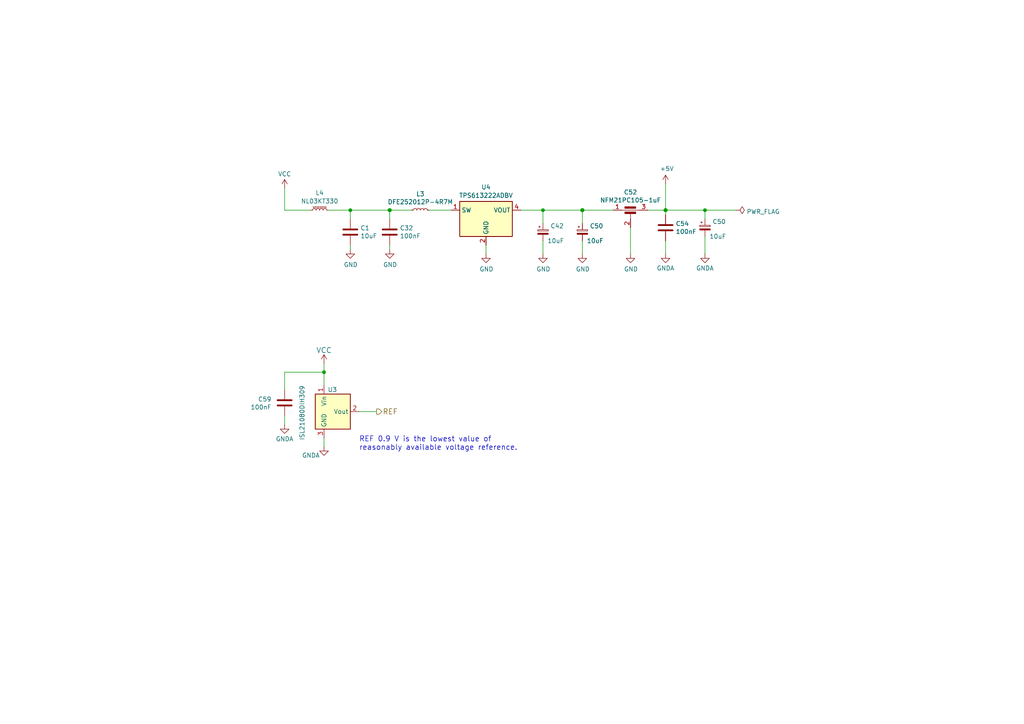
<source format=kicad_sch>
(kicad_sch (version 20230121) (generator eeschema)
  (paper "A4")
  (title_block (title "AIRDOS04A base board") (date "2023-10-23") (company "Jakub Kákona <info@ust.cz>") (comment 2 "Airborne semiconductor\\nradiation detector"))
  (lib_symbols
    (symbol "Device:C" (pin_numbers hide) (pin_names (offset 0.254))
      (property "Reference" "C" (at 0.635 2.54 0))
      (property "Value" "C" (at 0.635 -2.54 0))
      (symbol "C_0_1"
        (polyline (pts (xy -2.032 -0.762) (xy 2.032 -0.762)) (stroke (width 0.508)))
        (polyline (pts (xy -2.032 0.762) (xy 2.032 0.762)) (stroke (width 0.508)))
      )
      (symbol "C_1_1"
        (pin passive line (at 0 3.81 270) (length 2.794) (name "~") (number "1"))
        (pin passive line (at 0 -3.81 90) (length 2.794) (name "~") (number "2"))
      )
    )
    (symbol "Device:C_Polarized_Small" (pin_numbers hide) (pin_names (offset 0.254) hide)
      (property "Reference" "C" (at 0.254 1.778 0))
      (property "Value" "C_Polarized_Small" (at 0.254 -2.032 0))
      (symbol "C_Polarized_Small_0_1"
        (rectangle (start -1.524 -0.3048) (end 1.524 -0.6858) (fill (type outline)))
        (rectangle (start -1.524 0.6858) (end 1.524 0.3048))
        (polyline (pts (xy -1.27 1.524) (xy -0.762 1.524)))
        (polyline (pts (xy -1.016 1.27) (xy -1.016 1.778)))
      )
      (symbol "C_Polarized_Small_1_1"
        (pin passive line (at 0 2.54 270) (length 1.8542) (name "~") (number "1"))
        (pin passive line (at 0 -2.54 90) (length 1.8542) (name "~") (number "2"))
      )
    )
    (symbol "Device:L_Ferrite_Small" (pin_numbers hide) (pin_names (offset 0.254) hide)
      (property "Reference" "L" (at 1.27 1.016 0))
      (property "Value" "L_Ferrite_Small" (at 1.27 -1.27 0))
      (symbol "L_Ferrite_Small_0_1"
        (arc (start 0 -2.032) (mid 0.5058 -1.524) (end 0 -1.016))
        (arc (start 0 -1.016) (mid 0.5058 -0.508) (end 0 0))
        (polyline (pts (xy 0.762 -1.905) (xy 0.762 -1.651)))
        (polyline (pts (xy 0.762 -1.397) (xy 0.762 -1.143)))
        (polyline (pts (xy 0.762 -0.889) (xy 0.762 -0.635)))
        (polyline (pts (xy 0.762 -0.381) (xy 0.762 -0.127)))
        (polyline (pts (xy 0.762 0.127) (xy 0.762 0.381)))
        (polyline (pts (xy 0.762 0.635) (xy 0.762 0.889)))
        (polyline (pts (xy 0.762 1.143) (xy 0.762 1.397)))
        (polyline (pts (xy 0.762 1.651) (xy 0.762 1.905)))
        (polyline (pts (xy 1.016 -1.651) (xy 1.016 -1.905)))
        (polyline (pts (xy 1.016 -1.143) (xy 1.016 -1.397)))
        (polyline (pts (xy 1.016 -0.635) (xy 1.016 -0.889)))
        (polyline (pts (xy 1.016 -0.127) (xy 1.016 -0.381)))
        (polyline (pts (xy 1.016 0.381) (xy 1.016 0.127)))
        (polyline (pts (xy 1.016 0.889) (xy 1.016 0.635)))
        (polyline (pts (xy 1.016 1.397) (xy 1.016 1.143)))
        (polyline (pts (xy 1.016 1.905) (xy 1.016 1.651)))
        (arc (start 0 0) (mid 0.5058 0.508) (end 0 1.016))
        (arc (start 0 1.016) (mid 0.5058 1.524) (end 0 2.032))
      )
      (symbol "L_Ferrite_Small_1_1"
        (pin passive line (at 0 2.54 270) (length 0.508) (name "~") (number "1"))
        (pin passive line (at 0 -2.54 90) (length 0.508) (name "~") (number "2"))
      )
    )
    (symbol "Device:L_Small" (pin_numbers hide) (pin_names (offset 0.254) hide)
      (property "Reference" "L" (at 0.762 1.016 0))
      (property "Value" "L_Small" (at 0.762 -1.016 0))
      (symbol "L_Small_0_1"
        (arc (start 0 -2.032) (mid 0.5058 -1.524) (end 0 -1.016))
        (arc (start 0 -1.016) (mid 0.5058 -0.508) (end 0 0))
        (arc (start 0 0) (mid 0.5058 0.508) (end 0 1.016))
        (arc (start 0 1.016) (mid 0.5058 1.524) (end 0 2.032))
      )
      (symbol "L_Small_1_1"
        (pin passive line (at 0 2.54 270) (length 0.508) (name "~") (number "1"))
        (pin passive line (at 0 -2.54 90) (length 0.508) (name "~") (number "2"))
      )
    )
    (symbol "Reference_Voltage:ISL21070CIH320Z-TK"
      (property "Reference" "U" (at -0.635 8.255 0))
      (property "Value" "ISL21070CIH320Z-TK" (at -1.905 6.35 0))
      (symbol "ISL21070CIH320Z-TK_0_1"
        (rectangle (start -5.08 5.08) (end 5.08 -5.08) (stroke (width 0.254)) (fill (type background)))
      )
      (symbol "ISL21070CIH320Z-TK_1_1"
        (pin power_in line (at -2.54 7.62 270) (length 2.54) (name "Vin") (number "1"))
        (pin power_out line (at 7.62 0 180) (length 2.54) (name "Vout") (number "2"))
        (pin power_in line (at -2.54 -7.62 90) (length 2.54) (name "GND") (number "3"))
      )
    )
    (symbol "Regulator_Switching:TPS613222ADBV"
      (property "Reference" "U" (at -7.62 6.35 0))
      (property "Value" "TPS613222ADBV" (at 2.54 6.35 0))
      (symbol "TPS613222ADBV_0_1"
        (rectangle (start -7.62 5.08) (end 7.62 -5.08) (stroke (width 0.254)) (fill (type background)))
      )
      (symbol "TPS613222ADBV_1_1"
        (pin power_in line (at -10.16 2.54 0) (length 2.54) (name "SW") (number "1"))
        (pin power_in line (at 0 -7.62 90) (length 2.54) (name "GND") (number "2"))
        (pin no_connect line (at -7.62 -2.54 0) (length 2.54) hide (name "NC") (number "3"))
        (pin power_out line (at 10.16 2.54 180) (length 2.54) (name "VOUT") (number "4"))
        (pin no_connect line (at 7.62 -2.54 180) (length 2.54) hide (name "NC") (number "5"))
      )
    )
    (symbol "SPACEDOS01A_PCB01A-rescue:C-device-DATALOGGER01A-rescue-CCP2019V01A-rescue" (pin_numbers hide) (pin_names (offset 0.254))
      (property "Reference" "C" (at 0.635 2.54 0))
      (property "Value" "C-device-DATALOGGER01A-rescue-CCP2019V01A-rescue" (at 0.635 -2.54 0))
      (symbol "C-device-DATALOGGER01A-rescue-CCP2019V01A-rescue_0_1"
        (polyline (pts (xy -2.032 -0.762) (xy 2.032 -0.762)) (stroke (width 0.508)))
        (polyline (pts (xy -2.032 0.762) (xy 2.032 0.762)) (stroke (width 0.508)))
      )
      (symbol "C-device-DATALOGGER01A-rescue-CCP2019V01A-rescue_1_1"
        (pin passive line (at 0 3.81 270) (length 2.794) (name "~") (number "1"))
        (pin passive line (at 0 -3.81 90) (length 2.794) (name "~") (number "2"))
      )
    )
    (symbol "SPACEDOS01A_PCB01A-rescue:EMI_Filter_C-device-DATALOGGER01A-rescue-CCP2019V01A-rescue" (pin_names (offset 0.254) hide)
      (property "Reference" "C" (at 0 7.62 0))
      (property "Value" "EMI_Filter_C-device-DATALOGGER01A-rescue-CCP2019V01A-rescue" (at 0 5.715 0))
      (symbol "EMI_Filter_C-device-DATALOGGER01A-rescue-CCP2019V01A-rescue_0_1"
        (rectangle (start -1.651 1.524) (end 1.524 2.032) (fill (type outline)))
        (polyline (pts (xy -2.54 2.54) (xy 2.54 2.54)))
        (polyline (pts (xy 0 0) (xy 0 1.778)))
        (rectangle (start 1.524 3.048) (end -1.651 3.556) (fill (type outline)))
      )
      (symbol "EMI_Filter_C-device-DATALOGGER01A-rescue-CCP2019V01A-rescue_1_1"
        (pin passive line (at -5.08 2.54 0) (length 2.54) (name "1") (number "1"))
        (pin passive line (at 0 -2.54 90) (length 2.54) (name "2") (number "2"))
        (pin passive line (at 5.08 2.54 180) (length 2.54) (name "3") (number "3"))
      )
    )
    (symbol "power:+5V" (power) (pin_names (offset 0))
      (property "Value" "+5V" (at 0 3.556 0))
      (symbol "+5V_0_1"
        (polyline (pts (xy -0.762 1.27) (xy 0 2.54)))
        (polyline (pts (xy 0 0) (xy 0 2.54)))
        (polyline (pts (xy 0 2.54) (xy 0.762 1.27)))
      )
      (symbol "+5V_1_1"
        (pin power_in line (at 0 0 90) (length 0) hide (name "+5V") (number "1"))
      )
    )
    (symbol "power:GND" (power) (pin_names (offset 0))
      (property "Value" "GND" (at 0 -3.81 0))
      (symbol "GND_0_1"
        (polyline (pts (xy 0 0) (xy 0 -1.27) (xy 1.27 -1.27) (xy 0 -2.54) (xy -1.27 -1.27) (xy 0 -1.27)))
      )
      (symbol "GND_1_1"
        (pin power_in line (at 0 0 270) (length 0) hide (name "GND") (number "1"))
      )
    )
    (symbol "power:GNDA" (power) (pin_names (offset 0))
      (property "Value" "GNDA" (at 0 -3.81 0))
      (symbol "GNDA_0_1"
        (polyline (pts (xy 0 0) (xy 0 -1.27) (xy 1.27 -1.27) (xy 0 -2.54) (xy -1.27 -1.27) (xy 0 -1.27)))
      )
      (symbol "GNDA_1_1"
        (pin power_in line (at 0 0 270) (length 0) hide (name "GNDA") (number "1"))
      )
    )
    (symbol "power:PWR_FLAG" (power) (pin_numbers hide) (pin_names (offset 0) hide)
      (property "Value" "PWR_FLAG" (at 0 3.81 0))
      (symbol "PWR_FLAG_0_0"
        (pin power_out line (at 0 0 90) (length 0) (name "pwr") (number "1"))
      )
      (symbol "PWR_FLAG_0_1"
        (polyline (pts (xy 0 0) (xy 0 1.27) (xy -1.016 1.905) (xy 0 2.54) (xy 1.016 1.905) (xy 0 1.27)))
      )
    )
    (symbol "power:VCC" (power) (pin_names (offset 0))
      (property "Value" "VCC" (at 0 3.81 0))
      (symbol "VCC_0_1"
        (polyline (pts (xy -0.762 1.27) (xy 0 2.54)))
        (polyline (pts (xy 0 0) (xy 0 2.54)))
        (polyline (pts (xy 0 2.54) (xy 0.762 1.27)))
      )
      (symbol "VCC_1_1"
        (pin power_in line (at 0 0 90) (length 0) hide (name "VCC") (number "1"))
      )
    )
  )
  (junction (at 204.47 60.96))
  (junction (at 168.91 60.96) (diameter 1.016))
  (junction (at 101.6 60.96))
  (junction (at 113.03 60.96) (diameter 1.016))
  (junction (at 93.98 107.95))
  (junction (at 193.04 60.96) (diameter 1.016))
  (junction (at 157.48 60.96))
  (wire (pts (xy 93.98 127) (xy 93.98 129.54)))
  (wire (pts (xy 187.96 60.96) (xy 193.04 60.96)))
  (wire (pts (xy 204.47 68.58) (xy 204.47 73.66)))
  (wire (pts (xy 157.48 60.96) (xy 157.48 64.77)))
  (wire (pts (xy 113.03 60.96) (xy 119.38 60.96)))
  (wire (pts (xy 140.97 71.12) (xy 140.97 73.66)))
  (wire (pts (xy 193.04 53.34) (xy 193.04 60.96)))
  (wire (pts (xy 151.13 60.96) (xy 157.48 60.96)))
  (wire (pts (xy 113.03 60.96) (xy 113.03 63.5)))
  (wire (pts (xy 157.48 69.85) (xy 157.48 73.66)))
  (wire (pts (xy 82.55 120.65) (xy 82.55 123.19)))
  (wire (pts (xy 168.91 60.96) (xy 177.8 60.96)))
  (wire (pts (xy 204.47 60.96) (xy 213.36 60.96)))
  (wire (pts (xy 182.88 66.04) (xy 182.88 73.66)))
  (wire (pts (xy 101.6 60.96) (xy 101.6 63.5)))
  (wire (pts (xy 157.48 60.96) (xy 168.91 60.96)))
  (wire (pts (xy 204.47 60.96) (xy 204.47 63.5)))
  (wire (pts (xy 124.46 60.96) (xy 130.81 60.96)))
  (wire (pts (xy 113.03 71.12) (xy 113.03 72.39)))
  (wire (pts (xy 82.55 54.61) (xy 82.55 60.96)))
  (wire (pts (xy 93.98 105.41) (xy 93.98 107.95)))
  (wire (pts (xy 93.98 107.95) (xy 93.98 111.76)))
  (wire (pts (xy 95.25 60.96) (xy 101.6 60.96)))
  (wire (pts (xy 193.04 69.85) (xy 193.04 73.66)))
  (wire (pts (xy 193.04 60.96) (xy 193.04 62.23)))
  (wire (pts (xy 168.91 60.96) (xy 168.91 64.77)))
  (wire (pts (xy 82.55 113.03) (xy 82.55 107.95)))
  (wire (pts (xy 82.55 107.95) (xy 93.98 107.95)))
  (wire (pts (xy 168.91 69.85) (xy 168.91 73.66)))
  (wire (pts (xy 101.6 60.96) (xy 113.03 60.96)))
  (wire (pts (xy 104.14 119.38) (xy 109.22 119.38)))
  (wire (pts (xy 82.55 60.96) (xy 90.17 60.96)))
  (wire (pts (xy 101.6 72.39) (xy 101.6 71.12)))
  (wire (pts (xy 193.04 60.96) (xy 204.47 60.96)))
  (text "REF 0.9 V is the lowest value of\nreasonably available voltage reference." (at 104.14 130.81 0) (effects (font (size 1.524 1.524)) (justify left bottom)))
  (hierarchical_label "REF" (shape output) (at 109.22 119.38 0) (effects (font (size 1.524 1.524))))
  (symbol (lib_id "Device:C_Polarized_Small") (at 157.48 67.31 0) (unit 1)
    (property "Reference" "C42" (at 159.639 65.5518 0) (effects (justify left)))
    (property "Value" "10uF" (at 158.75 69.85 0) (effects (justify left)))
    (property "Footprint" "Capacitor_Tantalum_SMD:CP_EIA-3216-18_Kemet-A" (effects hide))
    (property "Datasheet" "https://eu.mouser.com/datasheet/2/40/TAJ-3165264.pdf" (effects hide))
    (property "UST_ID" "65089dd0462c6d9e720542b3" (effects hide))
    (instances (project "USTSIPIN02" (path "" (reference "C42") (unit 1))) (project "PIND02" (path "" (reference "C23") (unit 1))) (project "AIRDOS04_base" (path "" (reference "C33") (unit 1)) (path "" (reference "C32") (unit 1))))
  )
  (symbol (lib_id "power:GNDA") (at 82.55 123.19 0) (unit 1)
    (property "Reference" "#PWR024" (effects hide))
    (property "Value" "GNDA" (at 82.55 127.3231 0))
    (instances (project "PIND02" (path "" (reference "#PWR024") (unit 1))) (project "AIRDOS04_base" (path "" (reference "#PWR040") (unit 1)) (path "" (reference "#PWR042") (unit 1)) (path "" (reference "#PWR042") (unit 1))))
  )
  (symbol (lib_id "Device:C") (at 82.55 116.84 0) (mirror y) (unit 1)
    (property "Reference" "C59" (at 78.74 115.7986 0) (effects (justify left)))
    (property "Value" "100nF" (at 78.74 118.11 0) (effects (justify left)))
    (property "Footprint" "Capacitor_SMD:C_0805_2012Metric" (effects hide))
    (property "UST_ID" "5c70984812875079b91f8bf2" (effects hide))
    (instances (project "USTSIPIN02" (path "" (reference "C59") (unit 1))) (project "PIND02" (path "" (reference "C18") (unit 1))) (project "AIRDOS04_base" (path "" (reference "C22") (unit 1)) (path "" (reference "C25") (unit 1)) (path "" (reference "C25") (unit 1))))
  )
  (symbol (lib_id "power:PWR_FLAG") (at 213.36 60.96 270) (unit 1)
    (property "Reference" "#FLG0111" (effects hide))
    (property "Value" "PWR_FLAG" (at 216.535 61.3938 90) (effects (justify left)))
    (instances (project "USTSIPIN02" (path "" (reference "#FLG0111") (unit 1))) (project "PIND02" (path "" (reference "#FLG01") (unit 1))) (project "AIRDOS04_base" (path "" (reference "#FLG011") (unit 1)) (path "" (reference "#FLG011") (unit 1))))
  )
  (symbol (lib_id "power:GND") (at 140.97 73.66 0) (unit 1)
    (property "Reference" "#PWR0163" (effects hide))
    (property "Value" "GND" (at 141.097 78.0542 0))
    (instances (project "USTSIPIN02" (path "" (reference "#PWR0163") (unit 1))) (project "PIND02" (path "" (reference "#PWR031") (unit 1))) (project "AIRDOS04_base" (path "" (reference "#PWR057") (unit 1)) (path "" (reference "#PWR049") (unit 1))))
  )
  (symbol (lib_id "power:VCC") (at 93.98 105.41 0) (unit 1)
    (property "Reference" "#PWR018" (effects hide))
    (property "Value" "VCC" (at 93.98 101.6 0) (effects (font (size 1.524 1.524))))
    (instances (project "AIRDOS04_base" (path "" (reference "#PWR018") (unit 1)) (path "" (reference "#PWR041") (unit 1)) (path "" (reference "#PWR041") (unit 1))))
  )
  (symbol (lib_id "power:GNDA") (at 193.04 73.66 0) (unit 1)
    (property "Reference" "#PWR035" (effects hide))
    (property "Value" "GNDA" (at 193.04 77.7931 0))
    (instances (project "PIND02" (path "" (reference "#PWR035") (unit 1))) (project "AIRDOS04_base" (path "" (reference "#PWR061") (unit 1)) (path "" (reference "#PWR057") (unit 1))))
  )
  (symbol (lib_id "power:VCC") (at 82.55 54.61 0) (unit 1)
    (property "Reference" "#PWR051" (effects hide))
    (property "Value" "VCC" (at 82.55 50.4769 0))
    (instances (project "AIRDOS04_base" (path "" (reference "#PWR051") (unit 1)) (path "" (reference "#PWR027") (unit 1))))
  )
  (symbol (lib_id "power:GND") (at 182.88 73.66 0) (unit 1)
    (property "Reference" "#PWR0171" (effects hide))
    (property "Value" "GND" (at 183.007 78.0542 0))
    (instances (project "USTSIPIN02" (path "" (reference "#PWR0171") (unit 1))) (project "PIND02" (path "" (reference "#PWR034") (unit 1))) (project "AIRDOS04_base" (path "" (reference "#PWR060") (unit 1)) (path "" (reference "#PWR056") (unit 1))))
  )
  (symbol (lib_id "power:+5V") (at 193.04 53.34 0) (unit 1)
    (property "Reference" "#PWR0152" (effects hide))
    (property "Value" "+5V" (at 193.421 48.9458 0))
    (instances (project "USTSIPIN02" (path "" (reference "#PWR0152") (unit 1))) (project "PIND02" (path "" (reference "#PWR028") (unit 1))) (project "AIRDOS04_base" (path "" (reference "#PWR049") (unit 1)) (path "" (reference "#PWR017") (unit 1))))
  )
  (symbol (lib_id "Device:C_Polarized_Small") (at 168.91 67.31 0) (unit 1)
    (property "Reference" "C50" (at 171.069 65.5518 0) (effects (justify left)))
    (property "Value" "10uF" (at 170.18 69.85 0) (effects (justify left)))
    (property "Footprint" "Capacitor_Tantalum_SMD:CP_EIA-3216-18_Kemet-A" (effects hide))
    (property "Datasheet" "https://eu.mouser.com/datasheet/2/40/TAJ-3165264.pdf" (effects hide))
    (property "UST_ID" "65089dd0462c6d9e720542b3" (effects hide))
    (instances (project "USTSIPIN02" (path "" (reference "C50") (unit 1))) (project "PIND02" (path "" (reference "C24") (unit 1))) (project "AIRDOS04_base" (path "" (reference "C34") (unit 1)) (path "" (reference "C33") (unit 1))))
  )
  (symbol (lib_id "Reference_Voltage:ISL21070CIH320Z-TK") (at 96.52 119.38 0) (unit 1)
    (property "Reference" "U3" (at 97.79 113.03 0) (effects (justify right)))
    (property "Value" "ISL21080DIH309" (at 87.63 111.76 90) (effects (justify right)))
    (property "Footprint" "Package_TO_SOT_SMD:SOT-23" (effects hide))
    (property "Datasheet" "http://www.intersil.com/content/dam/Intersil/documents/fn75/fn7599.pdf" (effects hide))
    (property "UST_ID" "5c70984712875079b91f8b0b" (effects hide))
    (instances (project "USTSIPIN02" (path "" (reference "U3") (unit 1))) (project "AIRDOS04_base" (path "" (reference "U4") (unit 1)) (path "" (reference "U6") (unit 1)) (path "" (reference "U6") (unit 1))))
  )
  (symbol (lib_id "SPACEDOS01A_PCB01A-rescue:C-device-DATALOGGER01A-rescue-CCP2019V01A-rescue") (at 193.04 66.04 0) (unit 1)
    (property "Reference" "C54" (at 195.961 64.8716 0) (effects (justify left)))
    (property "Value" "100nF" (at 195.961 67.183 0) (effects (justify left)))
    (property "Footprint" "Capacitor_SMD:C_0805_2012Metric" (effects hide))
    (property "UST_ID" "6508260b462c6d9e720541f1" (effects hide))
    (instances (project "USTSIPIN02" (path "" (reference "C54") (unit 1))) (project "PIND02" (path "" (reference "C20") (unit 1))) (project "AIRDOS04_base" (path "" (reference "C28") (unit 1)) (path "" (reference "C27") (unit 1))))
  )
  (symbol (lib_id "Regulator_Switching:TPS613222ADBV") (at 140.97 63.5 0) (unit 1)
    (property "Reference" "U4" (at 140.97 54.2757 0))
    (property "Value" "TPS613222ADBV" (at 140.97 56.6999 0))
    (property "Footprint" "Package_TO_SOT_SMD:SOT-23-5" (effects hide))
    (property "Datasheet" "http://www.ti.com/lit/ds/symlink/tps61322.pdf" (effects hide))
    (property "UST_ID" "5c7190ae1287500b4e112e04" (effects hide))
    (instances (project "PIND02" (path "" (reference "U4") (unit 1))) (project "AIRDOS04_base" (path "" (reference "U8") (unit 1)) (path "" (reference "U8") (unit 1))))
  )
  (symbol (lib_id "Device:C_Polarized_Small") (at 204.47 66.04 0) (unit 1)
    (property "Reference" "C50" (at 206.629 64.2818 0) (effects (justify left)))
    (property "Value" "10uF" (at 205.74 68.58 0) (effects (justify left)))
    (property "Footprint" "Capacitor_Tantalum_SMD:CP_EIA-3216-18_Kemet-A" (effects hide))
    (property "Datasheet" "https://eu.mouser.com/datasheet/2/40/TAJ-3165264.pdf" (effects hide))
    (property "UST_ID" "65089dd0462c6d9e720542b3" (effects hide))
    (instances (project "USTSIPIN02" (path "" (reference "C50") (unit 1))) (project "PIND02" (path "" (reference "C24") (unit 1))) (project "AIRDOS04_base" (path "" (reference "C34") (unit 1)) (path "" (reference "C24") (unit 1))))
  )
  (symbol (lib_id "power:GNDA") (at 204.47 73.66 0) (unit 1)
    (property "Reference" "#PWR035" (effects hide))
    (property "Value" "GNDA" (at 204.47 77.7931 0))
    (instances (project "PIND02" (path "" (reference "#PWR035") (unit 1))) (project "AIRDOS04_base" (path "" (reference "#PWR061") (unit 1)) (path "" (reference "#PWR061") (unit 1))))
  )
  (symbol (lib_id "power:GND") (at 168.91 73.66 0) (unit 1)
    (property "Reference" "#PWR0166" (effects hide))
    (property "Value" "GND" (at 169.037 78.0542 0))
    (instances (project "USTSIPIN02" (path "" (reference "#PWR0166") (unit 1))) (project "PIND02" (path "" (reference "#PWR033") (unit 1))) (project "AIRDOS04_base" (path "" (reference "#PWR059") (unit 1)) (path "" (reference "#PWR055") (unit 1))))
  )
  (symbol (lib_id "Device:L_Small") (at 121.92 60.96 90) (unit 1)
    (property "Reference" "L3" (at 121.92 56.261 90))
    (property "Value" "DFE252012P-4R7M" (at 121.92 58.5724 90))
    (property "Footprint" "Inductor_SMD:L_0805_2012Metric_Pad1.15x1.40mm_HandSolder" (effects hide))
    (property "UST_ID" "5cc3309d128750448e54e8d8" (effects hide))
    (instances (project "USTSIPIN02" (path "" (reference "L3") (unit 1))) (project "PIND02" (path "" (reference "L2") (unit 1))) (project "AIRDOS04_base" (path "" (reference "L3") (unit 1)) (path "" (reference "L2") (unit 1))))
  )
  (symbol (lib_id "SPACEDOS01A_PCB01A-rescue:C-device-DATALOGGER01A-rescue-CCP2019V01A-rescue") (at 113.03 67.31 0) (unit 1)
    (property "Reference" "C32" (at 115.951 66.1416 0) (effects (justify left)))
    (property "Value" "100nF" (at 115.951 68.453 0) (effects (justify left)))
    (property "Footprint" "Capacitor_SMD:C_0805_2012Metric" (effects hide))
    (property "UST_ID" "5c70984812875079b91f8bf2" (effects hide))
    (instances (project "USTSIPIN02" (path "" (reference "C32") (unit 1))) (project "PIND02" (path "" (reference "C22") (unit 1))) (project "AIRDOS04_base" (path "" (reference "C32") (unit 1)) (path "" (reference "C31") (unit 1))))
  )
  (symbol (lib_id "Device:C") (at 101.6 67.31 0) (unit 1)
    (property "Reference" "C1" (at 104.521 66.1416 0) (effects (justify left)))
    (property "Value" "10uF" (at 104.521 68.453 0) (effects (justify left)))
    (property "Footprint" "Capacitor_SMD:C_0805_2012Metric" (effects hide))
    (property "UST_ID" "643f075476c82a1d3b576c19" (effects hide))
    (instances (project "USTSIPIN02" (path "" (reference "C1") (unit 1))) (project "PIND02" (path "" (reference "C21") (unit 1))) (project "AIRDOS04_base" (path "" (reference "C31") (unit 1)) (path "" (reference "C28") (unit 1))))
  )
  (symbol (lib_id "power:GND") (at 113.03 72.39 0) (unit 1)
    (property "Reference" "#PWR0168" (effects hide))
    (property "Value" "GND" (at 113.157 76.7842 0))
    (instances (project "USTSIPIN02" (path "" (reference "#PWR0168") (unit 1))) (project "PIND02" (path "" (reference "#PWR030") (unit 1))) (project "AIRDOS04_base" (path "" (reference "#PWR056") (unit 1)) (path "" (reference "#PWR044") (unit 1))))
  )
  (symbol (lib_id "Device:L_Ferrite_Small") (at 92.71 60.96 90) (unit 1)
    (property "Reference" "L4" (at 92.71 55.9267 90))
    (property "Value" "NL03KT330" (at 92.71 58.3509 90))
    (property "Footprint" "Inductor_SMD:L_0603_1608Metric_Pad1.05x0.95mm_HandSolder" (effects hide))
    (property "UST_ID" "64fe1808f3b9d36f37fc944d" (effects hide))
    (instances (project "USTSIPIN02" (path "" (reference "L4") (unit 1))) (project "PIND02" (path "" (reference "L1") (unit 1))) (project "AIRDOS04_base" (path "" (reference "L2") (unit 1)) (path "" (reference "L1") (unit 1))))
  )
  (symbol (lib_id "power:GND") (at 101.6 72.39 0) (unit 1)
    (property "Reference" "#PWR04" (effects hide))
    (property "Value" "GND" (at 101.727 76.7842 0))
    (instances (project "USTSIPIN02" (path "" (reference "#PWR04") (unit 1))) (project "PIND02" (path "" (reference "#PWR029") (unit 1))) (project "AIRDOS04_base" (path "" (reference "#PWR055") (unit 1)) (path "" (reference "#PWR034") (unit 1))))
  )
  (symbol (lib_id "power:GNDA") (at 93.98 129.54 0) (unit 1)
    (property "Reference" "#PWR014" (effects hide))
    (property "Value" "GNDA" (at 90.17 132.08 0))
    (instances (project "AIRDOS04_base" (path "" (reference "#PWR014") (unit 1)) (path "" (reference "#PWR043") (unit 1)) (path "" (reference "#PWR043") (unit 1))))
  )
  (symbol (lib_id "SPACEDOS01A_PCB01A-rescue:EMI_Filter_C-device-DATALOGGER01A-rescue-CCP2019V01A-rescue") (at 182.88 63.5 0) (unit 1)
    (property "Reference" "C52" (at 182.88 55.753 0))
    (property "Value" "NFM21PC105-1uF" (at 182.88 58.0644 0))
    (property "Footprint" "Mlab_L:FIR_0805" (effects hide))
    (property "Datasheet" "http://www.murata.com/~/media/webrenewal/support/library/catalog/products/emc/emifil/c31e.ashx?la=en-gb" (effects hide))
    (property "UST_ID" "5c70984412875079b91f880f" (effects hide))
    (instances (project "USTSIPIN02" (path "" (reference "C52") (unit 1))) (project "PIND02" (path "" (reference "C19") (unit 1))) (project "AIRDOS04_base" (path "" (reference "C27") (unit 1)) (path "" (reference "C22") (unit 1))))
  )
  (symbol (lib_id "power:GND") (at 157.48 73.66 0) (unit 1)
    (property "Reference" "#PWR0164" (effects hide))
    (property "Value" "GND" (at 157.607 78.0542 0))
    (instances (project "USTSIPIN02" (path "" (reference "#PWR0164") (unit 1))) (project "PIND02" (path "" (reference "#PWR032") (unit 1))) (project "AIRDOS04_base" (path "" (reference "#PWR058") (unit 1)) (path "" (reference "#PWR050") (unit 1))))
  )
)
</source>
